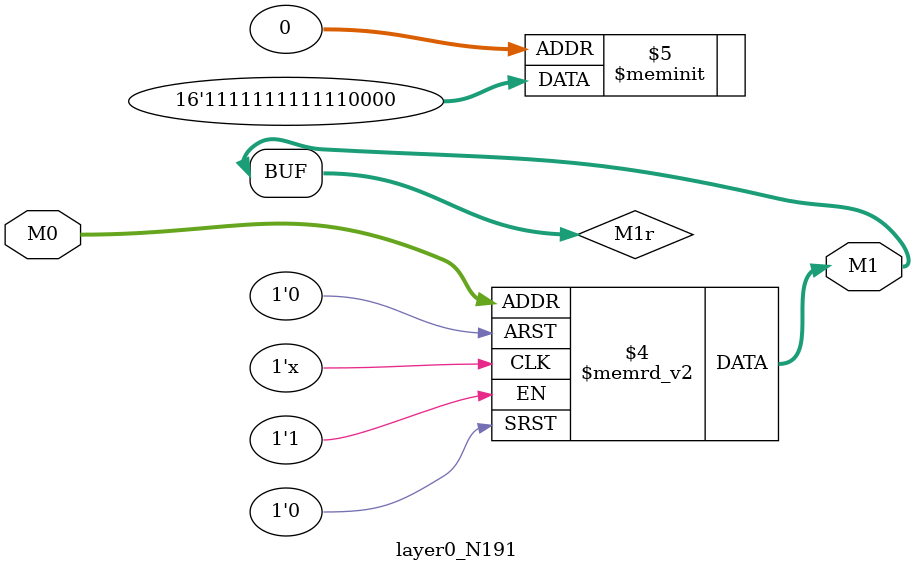
<source format=v>
module layer0_N191 ( input [2:0] M0, output [1:0] M1 );

	(*rom_style = "distributed" *) reg [1:0] M1r;
	assign M1 = M1r;
	always @ (M0) begin
		case (M0)
			3'b000: M1r = 2'b00;
			3'b100: M1r = 2'b11;
			3'b010: M1r = 2'b11;
			3'b110: M1r = 2'b11;
			3'b001: M1r = 2'b00;
			3'b101: M1r = 2'b11;
			3'b011: M1r = 2'b11;
			3'b111: M1r = 2'b11;

		endcase
	end
endmodule

</source>
